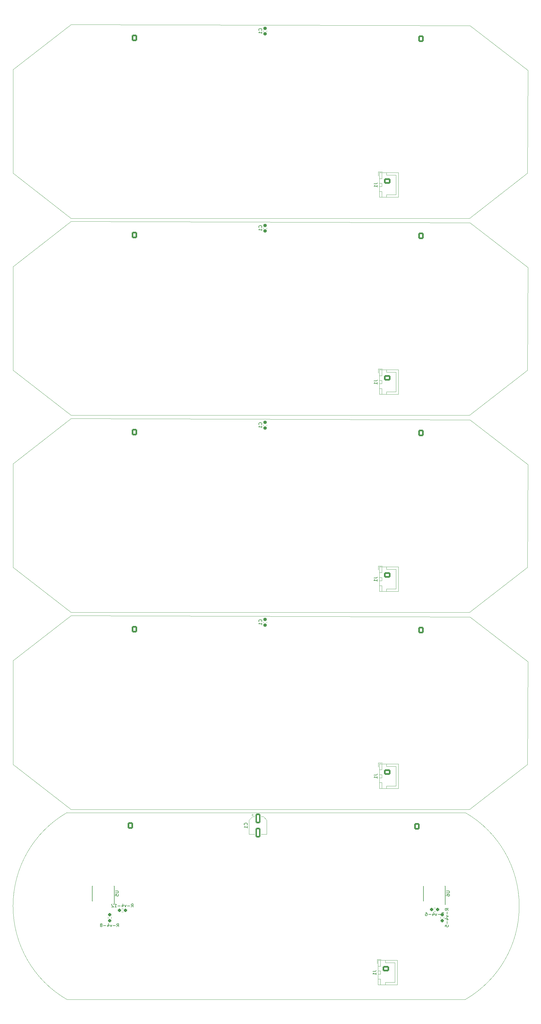
<source format=gbr>
%TF.GenerationSoftware,KiCad,Pcbnew,7.0.6-7.0.6~ubuntu20.04.1*%
%TF.CreationDate,2023-07-11T09:11:54+02:00*%
%TF.ProjectId,output_panel2023-07-11_071138.9032810000,6f757470-7574-45f7-9061-6e656c323032,rev?*%
%TF.SameCoordinates,Original*%
%TF.FileFunction,Legend,Bot*%
%TF.FilePolarity,Positive*%
%FSLAX45Y45*%
G04 Gerber Fmt 4.5, Leading zero omitted, Abs format (unit mm)*
G04 Created by KiCad (PCBNEW 7.0.6-7.0.6~ubuntu20.04.1) date 2023-07-11 09:11:54*
%MOMM*%
%LPD*%
G01*
G04 APERTURE LIST*
G04 Aperture macros list*
%AMRoundRect*
0 Rectangle with rounded corners*
0 $1 Rounding radius*
0 $2 $3 $4 $5 $6 $7 $8 $9 X,Y pos of 4 corners*
0 Add a 4 corners polygon primitive as box body*
4,1,4,$2,$3,$4,$5,$6,$7,$8,$9,$2,$3,0*
0 Add four circle primitives for the rounded corners*
1,1,$1+$1,$2,$3*
1,1,$1+$1,$4,$5*
1,1,$1+$1,$6,$7*
1,1,$1+$1,$8,$9*
0 Add four rect primitives between the rounded corners*
20,1,$1+$1,$2,$3,$4,$5,0*
20,1,$1+$1,$4,$5,$6,$7,0*
20,1,$1+$1,$6,$7,$8,$9,0*
20,1,$1+$1,$8,$9,$2,$3,0*%
G04 Aperture macros list end*
%TA.AperFunction,Profile*%
%ADD10C,0.100000*%
%TD*%
%TA.AperFunction,Profile*%
%ADD11C,0.050000*%
%TD*%
%ADD12C,0.150000*%
%ADD13C,0.120000*%
%ADD14C,5.600000*%
%ADD15RoundRect,0.250000X0.600000X0.725000X-0.600000X0.725000X-0.600000X-0.725000X0.600000X-0.725000X0*%
%ADD16O,1.700000X1.950000*%
%ADD17R,1.700000X1.700000*%
%ADD18O,1.700000X1.700000*%
%ADD19RoundRect,0.237500X-0.237500X0.300000X-0.237500X-0.300000X0.237500X-0.300000X0.237500X0.300000X0*%
%ADD20RoundRect,0.250000X-0.750000X0.600000X-0.750000X-0.600000X0.750000X-0.600000X0.750000X0.600000X0*%
%ADD21O,2.000000X1.700000*%
%ADD22RoundRect,0.237500X0.237500X-0.250000X0.237500X0.250000X-0.237500X0.250000X-0.237500X-0.250000X0*%
%ADD23R,0.400000X1.000000*%
%ADD24RoundRect,0.237500X-0.250000X-0.237500X0.250000X-0.237500X0.250000X0.237500X-0.250000X0.237500X0*%
%ADD25RoundRect,0.250000X-0.550000X1.250000X-0.550000X-1.250000X0.550000X-1.250000X0.550000X1.250000X0*%
%ADD26RoundRect,0.237500X0.250000X0.237500X-0.250000X0.237500X-0.250000X-0.237500X0.250000X-0.237500X0*%
G04 APERTURE END LIST*
D10*
X16050000Y-23029999D02*
X14250000Y-24429999D01*
X14250000Y-6070000D02*
X1850000Y-6070000D01*
X16070000Y-7599999D02*
X16050000Y-10789999D01*
X50000Y-13689999D02*
X1850000Y-12289999D01*
D11*
X14123822Y-30329999D02*
G75*
G03*
X14123822Y-24529999I-1674316J2900000D01*
G01*
D10*
X14250000Y-18309999D02*
X1850000Y-18309999D01*
X1850000Y-12289999D02*
X14270000Y-12329999D01*
X1723822Y-24529999D02*
X14123822Y-24529999D01*
X1723822Y-30329999D02*
X14123822Y-30329999D01*
X50000Y-23029999D02*
X50000Y-19809999D01*
X16050000Y-10789999D02*
X14250000Y-12189999D01*
X14250000Y-12189999D02*
X1850000Y-12189999D01*
X50000Y-16909999D02*
X50000Y-13689999D01*
X1850000Y-18409999D02*
X14270000Y-18449999D01*
X1850000Y-6169999D02*
X14270000Y-6209999D01*
X14250000Y-24429999D02*
X1850000Y-24429999D01*
X50000Y-1450000D02*
X1850000Y-50000D01*
X16050000Y-16909999D02*
X14250000Y-18309999D01*
X14270000Y-6209999D02*
X16070000Y-7599999D01*
X1850000Y-18309999D02*
X50000Y-16909999D01*
X16070000Y-13719999D02*
X16050000Y-16909999D01*
X50000Y-10789999D02*
X50000Y-7569999D01*
X1850000Y-6070000D02*
X50000Y-4670000D01*
X1850000Y-24429999D02*
X50000Y-23029999D01*
D11*
X1723822Y-24529999D02*
G75*
G03*
X1723822Y-30329999I1674316J-2900000D01*
G01*
D10*
X50000Y-7569999D02*
X1850000Y-6169999D01*
X14270000Y-90000D02*
X16070000Y-1480000D01*
X1850000Y-12189999D02*
X50000Y-10789999D01*
X14270000Y-12329999D02*
X16070000Y-13719999D01*
X14270000Y-18449999D02*
X16070000Y-19839999D01*
X50000Y-4670000D02*
X50000Y-1450000D01*
X16070000Y-19839999D02*
X16050000Y-23029999D01*
X16070000Y-1480000D02*
X16050000Y-4670000D01*
X50000Y-19809999D02*
X1850000Y-18409999D01*
X16050000Y-4670000D02*
X14250000Y-6070000D01*
X1850000Y-50000D02*
X14270000Y-90000D01*
D12*
X7782958Y-12479582D02*
X7787720Y-12474820D01*
X7787720Y-12474820D02*
X7792482Y-12460535D01*
X7792482Y-12460535D02*
X7792482Y-12451011D01*
X7792482Y-12451011D02*
X7787720Y-12436725D01*
X7787720Y-12436725D02*
X7778196Y-12427201D01*
X7778196Y-12427201D02*
X7768672Y-12422440D01*
X7768672Y-12422440D02*
X7749625Y-12417678D01*
X7749625Y-12417678D02*
X7735339Y-12417678D01*
X7735339Y-12417678D02*
X7716291Y-12422440D01*
X7716291Y-12422440D02*
X7706768Y-12427201D01*
X7706768Y-12427201D02*
X7697244Y-12436725D01*
X7697244Y-12436725D02*
X7692482Y-12451011D01*
X7692482Y-12451011D02*
X7692482Y-12460535D01*
X7692482Y-12460535D02*
X7697244Y-12474820D01*
X7697244Y-12474820D02*
X7702006Y-12479582D01*
X7792482Y-12574820D02*
X7792482Y-12517678D01*
X7792482Y-12546249D02*
X7692482Y-12546249D01*
X7692482Y-12546249D02*
X7706768Y-12536725D01*
X7706768Y-12536725D02*
X7716291Y-12527201D01*
X7716291Y-12527201D02*
X7721053Y-12517678D01*
X11280482Y-23361665D02*
X11351910Y-23361665D01*
X11351910Y-23361665D02*
X11366196Y-23356903D01*
X11366196Y-23356903D02*
X11375720Y-23347380D01*
X11375720Y-23347380D02*
X11380482Y-23333094D01*
X11380482Y-23333094D02*
X11380482Y-23323570D01*
X11380482Y-23461665D02*
X11380482Y-23404523D01*
X11380482Y-23433094D02*
X11280482Y-23433094D01*
X11280482Y-23433094D02*
X11294768Y-23423570D01*
X11294768Y-23423570D02*
X11304291Y-23414046D01*
X11304291Y-23414046D02*
X11309053Y-23404523D01*
X3280013Y-28073481D02*
X3313346Y-28025862D01*
X3337155Y-28073481D02*
X3337155Y-27973481D01*
X3337155Y-27973481D02*
X3299060Y-27973481D01*
X3299060Y-27973481D02*
X3289536Y-27978243D01*
X3289536Y-27978243D02*
X3284774Y-27983004D01*
X3284774Y-27983004D02*
X3280013Y-27992528D01*
X3280013Y-27992528D02*
X3280013Y-28006814D01*
X3280013Y-28006814D02*
X3284774Y-28016338D01*
X3284774Y-28016338D02*
X3289536Y-28021100D01*
X3289536Y-28021100D02*
X3299060Y-28025862D01*
X3299060Y-28025862D02*
X3337155Y-28025862D01*
X3237155Y-28035385D02*
X3160965Y-28035385D01*
X3122870Y-28006814D02*
X3099060Y-28073481D01*
X3099060Y-28073481D02*
X3075251Y-28006814D01*
X2994298Y-28006814D02*
X2994298Y-28073481D01*
X3018108Y-27968719D02*
X3041917Y-28040147D01*
X3041917Y-28040147D02*
X2980013Y-28040147D01*
X2941917Y-28035385D02*
X2865727Y-28035385D01*
X2803822Y-28016338D02*
X2813346Y-28011576D01*
X2813346Y-28011576D02*
X2818108Y-28006814D01*
X2818108Y-28006814D02*
X2822870Y-27997290D01*
X2822870Y-27997290D02*
X2822870Y-27992528D01*
X2822870Y-27992528D02*
X2818108Y-27983004D01*
X2818108Y-27983004D02*
X2813346Y-27978243D01*
X2813346Y-27978243D02*
X2803822Y-27973481D01*
X2803822Y-27973481D02*
X2784775Y-27973481D01*
X2784775Y-27973481D02*
X2775251Y-27978243D01*
X2775251Y-27978243D02*
X2770489Y-27983004D01*
X2770489Y-27983004D02*
X2765727Y-27992528D01*
X2765727Y-27992528D02*
X2765727Y-27997290D01*
X2765727Y-27997290D02*
X2770489Y-28006814D01*
X2770489Y-28006814D02*
X2775251Y-28011576D01*
X2775251Y-28011576D02*
X2784775Y-28016338D01*
X2784775Y-28016338D02*
X2803822Y-28016338D01*
X2803822Y-28016338D02*
X2813346Y-28021100D01*
X2813346Y-28021100D02*
X2818108Y-28025862D01*
X2818108Y-28025862D02*
X2822870Y-28035385D01*
X2822870Y-28035385D02*
X2822870Y-28054433D01*
X2822870Y-28054433D02*
X2818108Y-28063957D01*
X2818108Y-28063957D02*
X2813346Y-28068719D01*
X2813346Y-28068719D02*
X2803822Y-28073481D01*
X2803822Y-28073481D02*
X2784775Y-28073481D01*
X2784775Y-28073481D02*
X2775251Y-28068719D01*
X2775251Y-28068719D02*
X2770489Y-28063957D01*
X2770489Y-28063957D02*
X2765727Y-28054433D01*
X2765727Y-28054433D02*
X2765727Y-28035385D01*
X2765727Y-28035385D02*
X2770489Y-28025862D01*
X2770489Y-28025862D02*
X2775251Y-28021100D01*
X2775251Y-28021100D02*
X2784775Y-28016338D01*
X7782958Y-18599582D02*
X7787720Y-18594820D01*
X7787720Y-18594820D02*
X7792482Y-18580535D01*
X7792482Y-18580535D02*
X7792482Y-18571011D01*
X7792482Y-18571011D02*
X7787720Y-18556725D01*
X7787720Y-18556725D02*
X7778196Y-18547201D01*
X7778196Y-18547201D02*
X7768672Y-18542439D01*
X7768672Y-18542439D02*
X7749625Y-18537677D01*
X7749625Y-18537677D02*
X7735339Y-18537677D01*
X7735339Y-18537677D02*
X7716291Y-18542439D01*
X7716291Y-18542439D02*
X7706768Y-18547201D01*
X7706768Y-18547201D02*
X7697244Y-18556725D01*
X7697244Y-18556725D02*
X7692482Y-18571011D01*
X7692482Y-18571011D02*
X7692482Y-18580535D01*
X7692482Y-18580535D02*
X7697244Y-18594820D01*
X7697244Y-18594820D02*
X7702006Y-18599582D01*
X7792482Y-18694820D02*
X7792482Y-18637677D01*
X7792482Y-18666249D02*
X7692482Y-18666249D01*
X7692482Y-18666249D02*
X7706768Y-18656725D01*
X7706768Y-18656725D02*
X7716291Y-18647201D01*
X7716291Y-18647201D02*
X7721053Y-18637677D01*
X11241804Y-29461665D02*
X11313233Y-29461665D01*
X11313233Y-29461665D02*
X11327518Y-29456903D01*
X11327518Y-29456903D02*
X11337042Y-29447380D01*
X11337042Y-29447380D02*
X11341804Y-29433094D01*
X11341804Y-29433094D02*
X11341804Y-29423570D01*
X11341804Y-29561665D02*
X11341804Y-29504523D01*
X11341804Y-29533094D02*
X11241804Y-29533094D01*
X11241804Y-29533094D02*
X11256090Y-29523570D01*
X11256090Y-29523570D02*
X11265614Y-29514046D01*
X11265614Y-29514046D02*
X11270375Y-29504523D01*
X11280482Y-17241666D02*
X11351910Y-17241666D01*
X11351910Y-17241666D02*
X11366196Y-17236904D01*
X11366196Y-17236904D02*
X11375720Y-17227380D01*
X11375720Y-17227380D02*
X11380482Y-17213094D01*
X11380482Y-17213094D02*
X11380482Y-17203571D01*
X11380482Y-17341666D02*
X11380482Y-17284523D01*
X11380482Y-17313094D02*
X11280482Y-17313094D01*
X11280482Y-17313094D02*
X11294768Y-17303571D01*
X11294768Y-17303571D02*
X11304291Y-17294047D01*
X11304291Y-17294047D02*
X11309053Y-17284523D01*
X7782958Y-6359583D02*
X7787720Y-6354821D01*
X7787720Y-6354821D02*
X7792482Y-6340535D01*
X7792482Y-6340535D02*
X7792482Y-6331011D01*
X7792482Y-6331011D02*
X7787720Y-6316726D01*
X7787720Y-6316726D02*
X7778196Y-6307202D01*
X7778196Y-6307202D02*
X7768672Y-6302440D01*
X7768672Y-6302440D02*
X7749625Y-6297678D01*
X7749625Y-6297678D02*
X7735339Y-6297678D01*
X7735339Y-6297678D02*
X7716291Y-6302440D01*
X7716291Y-6302440D02*
X7706768Y-6307202D01*
X7706768Y-6307202D02*
X7697244Y-6316726D01*
X7697244Y-6316726D02*
X7692482Y-6331011D01*
X7692482Y-6331011D02*
X7692482Y-6340535D01*
X7692482Y-6340535D02*
X7697244Y-6354821D01*
X7697244Y-6354821D02*
X7702006Y-6359583D01*
X7792482Y-6454821D02*
X7792482Y-6397678D01*
X7792482Y-6426249D02*
X7692482Y-6426249D01*
X7692482Y-6426249D02*
X7706768Y-6416726D01*
X7706768Y-6416726D02*
X7716291Y-6407202D01*
X7716291Y-6407202D02*
X7721053Y-6397678D01*
X3230304Y-26963808D02*
X3311256Y-26963808D01*
X3311256Y-26963808D02*
X3320780Y-26968570D01*
X3320780Y-26968570D02*
X3325542Y-26973332D01*
X3325542Y-26973332D02*
X3330304Y-26982856D01*
X3330304Y-26982856D02*
X3330304Y-27001903D01*
X3330304Y-27001903D02*
X3325542Y-27011427D01*
X3325542Y-27011427D02*
X3320780Y-27016189D01*
X3320780Y-27016189D02*
X3311256Y-27020951D01*
X3311256Y-27020951D02*
X3230304Y-27020951D01*
X3230304Y-27116189D02*
X3230304Y-27068570D01*
X3230304Y-27068570D02*
X3277923Y-27063808D01*
X3277923Y-27063808D02*
X3273161Y-27068570D01*
X3273161Y-27068570D02*
X3268399Y-27078094D01*
X3268399Y-27078094D02*
X3268399Y-27101903D01*
X3268399Y-27101903D02*
X3273161Y-27111427D01*
X3273161Y-27111427D02*
X3277923Y-27116189D01*
X3277923Y-27116189D02*
X3287447Y-27120951D01*
X3287447Y-27120951D02*
X3311256Y-27120951D01*
X3311256Y-27120951D02*
X3320780Y-27116189D01*
X3320780Y-27116189D02*
X3325542Y-27111427D01*
X3325542Y-27111427D02*
X3330304Y-27101903D01*
X3330304Y-27101903D02*
X3330304Y-27078094D01*
X3330304Y-27078094D02*
X3325542Y-27068570D01*
X3325542Y-27068570D02*
X3320780Y-27063808D01*
X13593304Y-27563808D02*
X13545685Y-27530475D01*
X13593304Y-27506665D02*
X13493304Y-27506665D01*
X13493304Y-27506665D02*
X13493304Y-27544761D01*
X13493304Y-27544761D02*
X13498066Y-27554284D01*
X13498066Y-27554284D02*
X13502828Y-27559046D01*
X13502828Y-27559046D02*
X13512352Y-27563808D01*
X13512352Y-27563808D02*
X13526637Y-27563808D01*
X13526637Y-27563808D02*
X13536161Y-27559046D01*
X13536161Y-27559046D02*
X13540923Y-27554284D01*
X13540923Y-27554284D02*
X13545685Y-27544761D01*
X13545685Y-27544761D02*
X13545685Y-27506665D01*
X13555209Y-27606665D02*
X13555209Y-27682856D01*
X13526637Y-27720951D02*
X13593304Y-27744761D01*
X13593304Y-27744761D02*
X13526637Y-27768570D01*
X13526637Y-27849523D02*
X13593304Y-27849523D01*
X13488542Y-27825713D02*
X13559971Y-27801904D01*
X13559971Y-27801904D02*
X13559971Y-27863808D01*
X13555209Y-27901904D02*
X13555209Y-27978094D01*
X13493304Y-28073332D02*
X13493304Y-28025713D01*
X13493304Y-28025713D02*
X13540923Y-28020951D01*
X13540923Y-28020951D02*
X13536161Y-28025713D01*
X13536161Y-28025713D02*
X13531399Y-28035237D01*
X13531399Y-28035237D02*
X13531399Y-28059046D01*
X13531399Y-28059046D02*
X13536161Y-28068570D01*
X13536161Y-28068570D02*
X13540923Y-28073332D01*
X13540923Y-28073332D02*
X13550447Y-28078094D01*
X13550447Y-28078094D02*
X13574256Y-28078094D01*
X13574256Y-28078094D02*
X13583780Y-28073332D01*
X13583780Y-28073332D02*
X13588542Y-28068570D01*
X13588542Y-28068570D02*
X13593304Y-28059046D01*
X13593304Y-28059046D02*
X13593304Y-28035237D01*
X13593304Y-28035237D02*
X13588542Y-28025713D01*
X13588542Y-28025713D02*
X13583780Y-28020951D01*
X11280482Y-5001666D02*
X11351910Y-5001666D01*
X11351910Y-5001666D02*
X11366196Y-4996904D01*
X11366196Y-4996904D02*
X11375720Y-4987381D01*
X11375720Y-4987381D02*
X11380482Y-4973095D01*
X11380482Y-4973095D02*
X11380482Y-4963571D01*
X11380482Y-5101666D02*
X11380482Y-5044524D01*
X11380482Y-5073095D02*
X11280482Y-5073095D01*
X11280482Y-5073095D02*
X11294768Y-5063571D01*
X11294768Y-5063571D02*
X11304291Y-5054047D01*
X11304291Y-5054047D02*
X11309053Y-5044524D01*
X13391013Y-27728481D02*
X13424346Y-27680862D01*
X13448155Y-27728481D02*
X13448155Y-27628481D01*
X13448155Y-27628481D02*
X13410060Y-27628481D01*
X13410060Y-27628481D02*
X13400536Y-27633243D01*
X13400536Y-27633243D02*
X13395774Y-27638004D01*
X13395774Y-27638004D02*
X13391013Y-27647528D01*
X13391013Y-27647528D02*
X13391013Y-27661814D01*
X13391013Y-27661814D02*
X13395774Y-27671338D01*
X13395774Y-27671338D02*
X13400536Y-27676100D01*
X13400536Y-27676100D02*
X13410060Y-27680862D01*
X13410060Y-27680862D02*
X13448155Y-27680862D01*
X13348155Y-27690385D02*
X13271965Y-27690385D01*
X13233870Y-27661814D02*
X13210060Y-27728481D01*
X13210060Y-27728481D02*
X13186251Y-27661814D01*
X13105298Y-27661814D02*
X13105298Y-27728481D01*
X13129108Y-27623719D02*
X13152917Y-27695147D01*
X13152917Y-27695147D02*
X13091013Y-27695147D01*
X13052917Y-27690385D02*
X12976727Y-27690385D01*
X12886251Y-27628481D02*
X12905298Y-27628481D01*
X12905298Y-27628481D02*
X12914822Y-27633243D01*
X12914822Y-27633243D02*
X12919584Y-27638004D01*
X12919584Y-27638004D02*
X12929108Y-27652290D01*
X12929108Y-27652290D02*
X12933870Y-27671338D01*
X12933870Y-27671338D02*
X12933870Y-27709433D01*
X12933870Y-27709433D02*
X12929108Y-27718957D01*
X12929108Y-27718957D02*
X12924346Y-27723719D01*
X12924346Y-27723719D02*
X12914822Y-27728481D01*
X12914822Y-27728481D02*
X12895774Y-27728481D01*
X12895774Y-27728481D02*
X12886251Y-27723719D01*
X12886251Y-27723719D02*
X12881489Y-27718957D01*
X12881489Y-27718957D02*
X12876727Y-27709433D01*
X12876727Y-27709433D02*
X12876727Y-27685623D01*
X12876727Y-27685623D02*
X12881489Y-27676100D01*
X12881489Y-27676100D02*
X12886251Y-27671338D01*
X12886251Y-27671338D02*
X12895774Y-27666576D01*
X12895774Y-27666576D02*
X12914822Y-27666576D01*
X12914822Y-27666576D02*
X12924346Y-27671338D01*
X12924346Y-27671338D02*
X12929108Y-27676100D01*
X12929108Y-27676100D02*
X12933870Y-27685623D01*
X11280482Y-11121666D02*
X11351910Y-11121666D01*
X11351910Y-11121666D02*
X11366196Y-11116904D01*
X11366196Y-11116904D02*
X11375720Y-11107380D01*
X11375720Y-11107380D02*
X11380482Y-11093095D01*
X11380482Y-11093095D02*
X11380482Y-11083571D01*
X11380482Y-11221666D02*
X11380482Y-11164523D01*
X11380482Y-11193095D02*
X11280482Y-11193095D01*
X11280482Y-11193095D02*
X11294768Y-11183571D01*
X11294768Y-11183571D02*
X11304291Y-11174047D01*
X11304291Y-11174047D02*
X11309053Y-11164523D01*
X7782958Y-239583D02*
X7787720Y-234821D01*
X7787720Y-234821D02*
X7792482Y-220535D01*
X7792482Y-220535D02*
X7792482Y-211012D01*
X7792482Y-211012D02*
X7787720Y-196726D01*
X7787720Y-196726D02*
X7778196Y-187202D01*
X7778196Y-187202D02*
X7768672Y-182440D01*
X7768672Y-182440D02*
X7749625Y-177678D01*
X7749625Y-177678D02*
X7735339Y-177678D01*
X7735339Y-177678D02*
X7716291Y-182440D01*
X7716291Y-182440D02*
X7706768Y-187202D01*
X7706768Y-187202D02*
X7697244Y-196726D01*
X7697244Y-196726D02*
X7692482Y-211012D01*
X7692482Y-211012D02*
X7692482Y-220535D01*
X7692482Y-220535D02*
X7697244Y-234821D01*
X7697244Y-234821D02*
X7702006Y-239583D01*
X7792482Y-334821D02*
X7792482Y-277678D01*
X7792482Y-306250D02*
X7692482Y-306250D01*
X7692482Y-306250D02*
X7706768Y-296726D01*
X7706768Y-296726D02*
X7716291Y-287202D01*
X7716291Y-287202D02*
X7721053Y-277678D01*
X7332780Y-24910332D02*
X7337542Y-24905570D01*
X7337542Y-24905570D02*
X7342304Y-24891284D01*
X7342304Y-24891284D02*
X7342304Y-24881761D01*
X7342304Y-24881761D02*
X7337542Y-24867475D01*
X7337542Y-24867475D02*
X7328018Y-24857951D01*
X7328018Y-24857951D02*
X7318494Y-24853189D01*
X7318494Y-24853189D02*
X7299447Y-24848427D01*
X7299447Y-24848427D02*
X7285161Y-24848427D01*
X7285161Y-24848427D02*
X7266114Y-24853189D01*
X7266114Y-24853189D02*
X7256590Y-24857951D01*
X7256590Y-24857951D02*
X7247066Y-24867475D01*
X7247066Y-24867475D02*
X7242304Y-24881761D01*
X7242304Y-24881761D02*
X7242304Y-24891284D01*
X7242304Y-24891284D02*
X7247066Y-24905570D01*
X7247066Y-24905570D02*
X7251828Y-24910332D01*
X7342304Y-25005570D02*
X7342304Y-24948427D01*
X7342304Y-24976999D02*
X7242304Y-24976999D01*
X7242304Y-24976999D02*
X7256590Y-24967475D01*
X7256590Y-24967475D02*
X7266114Y-24957951D01*
X7266114Y-24957951D02*
X7270875Y-24948427D01*
X13530304Y-26963808D02*
X13611256Y-26963808D01*
X13611256Y-26963808D02*
X13620780Y-26968570D01*
X13620780Y-26968570D02*
X13625542Y-26973332D01*
X13625542Y-26973332D02*
X13630304Y-26982856D01*
X13630304Y-26982856D02*
X13630304Y-27001903D01*
X13630304Y-27001903D02*
X13625542Y-27011427D01*
X13625542Y-27011427D02*
X13620780Y-27016189D01*
X13620780Y-27016189D02*
X13611256Y-27020951D01*
X13611256Y-27020951D02*
X13530304Y-27020951D01*
X13530304Y-27111427D02*
X13530304Y-27092380D01*
X13530304Y-27092380D02*
X13535066Y-27082856D01*
X13535066Y-27082856D02*
X13539828Y-27078094D01*
X13539828Y-27078094D02*
X13554114Y-27068570D01*
X13554114Y-27068570D02*
X13573161Y-27063808D01*
X13573161Y-27063808D02*
X13611256Y-27063808D01*
X13611256Y-27063808D02*
X13620780Y-27068570D01*
X13620780Y-27068570D02*
X13625542Y-27073332D01*
X13625542Y-27073332D02*
X13630304Y-27082856D01*
X13630304Y-27082856D02*
X13630304Y-27101903D01*
X13630304Y-27101903D02*
X13625542Y-27111427D01*
X13625542Y-27111427D02*
X13620780Y-27116189D01*
X13620780Y-27116189D02*
X13611256Y-27120951D01*
X13611256Y-27120951D02*
X13587447Y-27120951D01*
X13587447Y-27120951D02*
X13577923Y-27116189D01*
X13577923Y-27116189D02*
X13573161Y-27111427D01*
X13573161Y-27111427D02*
X13568399Y-27101903D01*
X13568399Y-27101903D02*
X13568399Y-27082856D01*
X13568399Y-27082856D02*
X13573161Y-27073332D01*
X13573161Y-27073332D02*
X13577923Y-27068570D01*
X13577923Y-27068570D02*
X13587447Y-27063808D01*
X3728632Y-27462481D02*
X3761965Y-27414862D01*
X3785774Y-27462481D02*
X3785774Y-27362481D01*
X3785774Y-27362481D02*
X3747679Y-27362481D01*
X3747679Y-27362481D02*
X3738155Y-27367243D01*
X3738155Y-27367243D02*
X3733394Y-27372004D01*
X3733394Y-27372004D02*
X3728632Y-27381528D01*
X3728632Y-27381528D02*
X3728632Y-27395814D01*
X3728632Y-27395814D02*
X3733394Y-27405338D01*
X3733394Y-27405338D02*
X3738155Y-27410100D01*
X3738155Y-27410100D02*
X3747679Y-27414862D01*
X3747679Y-27414862D02*
X3785774Y-27414862D01*
X3685774Y-27424385D02*
X3609584Y-27424385D01*
X3571489Y-27395814D02*
X3547679Y-27462481D01*
X3547679Y-27462481D02*
X3523870Y-27395814D01*
X3442917Y-27395814D02*
X3442917Y-27462481D01*
X3466727Y-27357719D02*
X3490536Y-27429147D01*
X3490536Y-27429147D02*
X3428632Y-27429147D01*
X3390536Y-27424385D02*
X3314346Y-27424385D01*
X3214346Y-27462481D02*
X3271489Y-27462481D01*
X3242917Y-27462481D02*
X3242917Y-27362481D01*
X3242917Y-27362481D02*
X3252441Y-27376766D01*
X3252441Y-27376766D02*
X3261965Y-27386290D01*
X3261965Y-27386290D02*
X3271489Y-27391052D01*
X3176251Y-27372004D02*
X3171489Y-27367243D01*
X3171489Y-27367243D02*
X3161965Y-27362481D01*
X3161965Y-27362481D02*
X3138155Y-27362481D01*
X3138155Y-27362481D02*
X3128632Y-27367243D01*
X3128632Y-27367243D02*
X3123870Y-27372004D01*
X3123870Y-27372004D02*
X3119108Y-27381528D01*
X3119108Y-27381528D02*
X3119108Y-27391052D01*
X3119108Y-27391052D02*
X3123870Y-27405338D01*
X3123870Y-27405338D02*
X3181013Y-27462481D01*
X3181013Y-27462481D02*
X3119108Y-27462481D01*
D13*
X7941000Y-12481622D02*
X7941000Y-12510876D01*
X7839000Y-12481622D02*
X7839000Y-12510876D01*
X11415000Y-22984999D02*
X11540000Y-22984999D01*
X12041000Y-23013999D02*
X12041000Y-23775999D01*
X11444000Y-23013999D02*
X12041000Y-23013999D01*
X11670000Y-23014999D02*
X11670000Y-23089999D01*
X11520000Y-23014999D02*
X11520000Y-23194999D01*
X11445000Y-23014999D02*
X11520000Y-23014999D01*
X11965000Y-23089999D02*
X11965000Y-23394999D01*
X11670000Y-23089999D02*
X11965000Y-23089999D01*
X11415000Y-23109999D02*
X11415000Y-22984999D01*
X11520000Y-23194999D02*
X11445000Y-23194999D01*
X11445000Y-23194999D02*
X11445000Y-23014999D01*
X11520000Y-23344999D02*
X11520000Y-23444999D01*
X11445000Y-23344999D02*
X11520000Y-23344999D01*
X11520000Y-23444999D02*
X11445000Y-23444999D01*
X11445000Y-23444999D02*
X11445000Y-23344999D01*
X11520000Y-23594999D02*
X11520000Y-23774999D01*
X11445000Y-23594999D02*
X11520000Y-23594999D01*
X11965000Y-23699999D02*
X11965000Y-23394999D01*
X11670000Y-23699999D02*
X11965000Y-23699999D01*
X11670000Y-23774999D02*
X11670000Y-23699999D01*
X11520000Y-23774999D02*
X11445000Y-23774999D01*
X11445000Y-23774999D02*
X11445000Y-23594999D01*
X12041000Y-23775999D02*
X11444000Y-23775999D01*
X11444000Y-23775999D02*
X11444000Y-23013999D01*
X3002572Y-27815471D02*
X3002572Y-27764526D01*
X3107072Y-27815471D02*
X3107072Y-27764526D01*
X7941000Y-18601622D02*
X7941000Y-18630876D01*
X7839000Y-18601622D02*
X7839000Y-18630876D01*
X11376322Y-29084999D02*
X11501322Y-29084999D01*
X12002322Y-29113999D02*
X12002322Y-29875999D01*
X11405322Y-29113999D02*
X12002322Y-29113999D01*
X11631322Y-29114999D02*
X11631322Y-29189999D01*
X11481322Y-29114999D02*
X11481322Y-29294999D01*
X11406322Y-29114999D02*
X11481322Y-29114999D01*
X11926322Y-29189999D02*
X11926322Y-29494999D01*
X11631322Y-29189999D02*
X11926322Y-29189999D01*
X11376322Y-29209999D02*
X11376322Y-29084999D01*
X11481322Y-29294999D02*
X11406322Y-29294999D01*
X11406322Y-29294999D02*
X11406322Y-29114999D01*
X11481322Y-29444999D02*
X11481322Y-29544999D01*
X11406322Y-29444999D02*
X11481322Y-29444999D01*
X11481322Y-29544999D02*
X11406322Y-29544999D01*
X11406322Y-29544999D02*
X11406322Y-29444999D01*
X11481322Y-29694999D02*
X11481322Y-29874999D01*
X11406322Y-29694999D02*
X11481322Y-29694999D01*
X11926322Y-29799999D02*
X11926322Y-29494999D01*
X11631322Y-29799999D02*
X11926322Y-29799999D01*
X11631322Y-29874999D02*
X11631322Y-29799999D01*
X11481322Y-29874999D02*
X11406322Y-29874999D01*
X11406322Y-29874999D02*
X11406322Y-29694999D01*
X12002322Y-29875999D02*
X11405322Y-29875999D01*
X11405322Y-29875999D02*
X11405322Y-29113999D01*
X11415000Y-16864999D02*
X11540000Y-16864999D01*
X12041000Y-16893999D02*
X12041000Y-17655999D01*
X11444000Y-16893999D02*
X12041000Y-16893999D01*
X11670000Y-16894999D02*
X11670000Y-16969999D01*
X11520000Y-16894999D02*
X11520000Y-17074999D01*
X11445000Y-16894999D02*
X11520000Y-16894999D01*
X11965000Y-16969999D02*
X11965000Y-17274999D01*
X11670000Y-16969999D02*
X11965000Y-16969999D01*
X11415000Y-16989999D02*
X11415000Y-16864999D01*
X11520000Y-17074999D02*
X11445000Y-17074999D01*
X11445000Y-17074999D02*
X11445000Y-16894999D01*
X11520000Y-17224999D02*
X11520000Y-17324999D01*
X11445000Y-17224999D02*
X11520000Y-17224999D01*
X11520000Y-17324999D02*
X11445000Y-17324999D01*
X11445000Y-17324999D02*
X11445000Y-17224999D01*
X11520000Y-17474999D02*
X11520000Y-17654999D01*
X11445000Y-17474999D02*
X11520000Y-17474999D01*
X11965000Y-17579999D02*
X11965000Y-17274999D01*
X11670000Y-17579999D02*
X11965000Y-17579999D01*
X11670000Y-17654999D02*
X11670000Y-17579999D01*
X11520000Y-17654999D02*
X11445000Y-17654999D01*
X11445000Y-17654999D02*
X11445000Y-17474999D01*
X12041000Y-17655999D02*
X11444000Y-17655999D01*
X11444000Y-17655999D02*
X11444000Y-16893999D01*
X7941000Y-6361623D02*
X7941000Y-6390876D01*
X7839000Y-6361623D02*
X7839000Y-6390876D01*
D12*
X3199822Y-27379999D02*
X3199822Y-26807499D01*
X2517322Y-27272499D02*
X2519822Y-27272499D01*
X2517322Y-27272499D02*
X2517322Y-26807499D01*
X2517322Y-26807499D02*
X2519822Y-26807499D01*
X3199822Y-26807499D02*
X3189822Y-26807499D01*
D13*
X13352572Y-27815471D02*
X13352572Y-27764526D01*
X13457072Y-27815471D02*
X13457072Y-27764526D01*
X11415000Y-4625000D02*
X11540000Y-4625000D01*
X12041000Y-4654000D02*
X12041000Y-5416000D01*
X11444000Y-4654000D02*
X12041000Y-4654000D01*
X11670000Y-4655000D02*
X11670000Y-4730000D01*
X11520000Y-4655000D02*
X11520000Y-4835000D01*
X11445000Y-4655000D02*
X11520000Y-4655000D01*
X11965000Y-4730000D02*
X11965000Y-5035000D01*
X11670000Y-4730000D02*
X11965000Y-4730000D01*
X11415000Y-4750000D02*
X11415000Y-4625000D01*
X11520000Y-4835000D02*
X11445000Y-4835000D01*
X11445000Y-4835000D02*
X11445000Y-4655000D01*
X11520000Y-4985000D02*
X11520000Y-5085000D01*
X11445000Y-4985000D02*
X11520000Y-4985000D01*
X11520000Y-5085000D02*
X11445000Y-5085000D01*
X11445000Y-5085000D02*
X11445000Y-4985000D01*
X11520000Y-5235000D02*
X11520000Y-5415000D01*
X11445000Y-5235000D02*
X11520000Y-5235000D01*
X11965000Y-5340000D02*
X11965000Y-5035000D01*
X11670000Y-5340000D02*
X11965000Y-5340000D01*
X11670000Y-5415000D02*
X11670000Y-5340000D01*
X11520000Y-5415000D02*
X11445000Y-5415000D01*
X11445000Y-5415000D02*
X11445000Y-5235000D01*
X12041000Y-5416000D02*
X11444000Y-5416000D01*
X11444000Y-5416000D02*
X11444000Y-4654000D01*
X13139350Y-27487749D02*
X13190295Y-27487749D01*
X13139350Y-27592249D02*
X13190295Y-27592249D01*
X11415000Y-10744999D02*
X11540000Y-10744999D01*
X12041000Y-10773999D02*
X12041000Y-11535999D01*
X11444000Y-10773999D02*
X12041000Y-10773999D01*
X11670000Y-10774999D02*
X11670000Y-10849999D01*
X11520000Y-10774999D02*
X11520000Y-10954999D01*
X11445000Y-10774999D02*
X11520000Y-10774999D01*
X11965000Y-10849999D02*
X11965000Y-11154999D01*
X11670000Y-10849999D02*
X11965000Y-10849999D01*
X11415000Y-10869999D02*
X11415000Y-10744999D01*
X11520000Y-10954999D02*
X11445000Y-10954999D01*
X11445000Y-10954999D02*
X11445000Y-10774999D01*
X11520000Y-11104999D02*
X11520000Y-11204999D01*
X11445000Y-11104999D02*
X11520000Y-11104999D01*
X11520000Y-11204999D02*
X11445000Y-11204999D01*
X11445000Y-11204999D02*
X11445000Y-11104999D01*
X11520000Y-11354999D02*
X11520000Y-11534999D01*
X11445000Y-11354999D02*
X11520000Y-11354999D01*
X11965000Y-11459999D02*
X11965000Y-11154999D01*
X11670000Y-11459999D02*
X11965000Y-11459999D01*
X11670000Y-11534999D02*
X11670000Y-11459999D01*
X11520000Y-11534999D02*
X11445000Y-11534999D01*
X11445000Y-11534999D02*
X11445000Y-11354999D01*
X12041000Y-11535999D02*
X11444000Y-11535999D01*
X11444000Y-11535999D02*
X11444000Y-10773999D01*
X7941000Y-241623D02*
X7941000Y-270876D01*
X7839000Y-241623D02*
X7839000Y-270876D01*
X7498322Y-24564499D02*
X7498322Y-24626999D01*
X7467072Y-24595749D02*
X7529572Y-24595749D01*
X7836378Y-24650999D02*
X7772822Y-24650999D01*
X7836378Y-24650999D02*
X7942822Y-24757442D01*
X7497266Y-24650999D02*
X7560822Y-24650999D01*
X7497266Y-24650999D02*
X7390822Y-24757442D01*
X7942822Y-24757442D02*
X7942822Y-25202999D01*
X7390822Y-24757442D02*
X7390822Y-25202999D01*
X7942822Y-25202999D02*
X7772822Y-25202999D01*
X7390822Y-25202999D02*
X7560822Y-25202999D01*
D12*
X13499822Y-27379999D02*
X13499822Y-26807499D01*
X12817322Y-27272499D02*
X12819822Y-27272499D01*
X12817322Y-27272499D02*
X12817322Y-26807499D01*
X12817322Y-26807499D02*
X12819822Y-26807499D01*
X13499822Y-26807499D02*
X13489822Y-26807499D01*
D13*
X3480295Y-27612249D02*
X3429350Y-27612249D01*
X3480295Y-27507749D02*
X3429350Y-27507749D01*
%LPC*%
D14*
X1850000Y-770000D03*
D15*
X3825000Y-472500D03*
D16*
X3575000Y-472500D03*
X3325000Y-472500D03*
D17*
X8270000Y-276000D03*
D18*
X8524000Y-276000D03*
X8270000Y-530000D03*
X8524000Y-530000D03*
X8270000Y-784000D03*
X8524000Y-784000D03*
X8270000Y-1038000D03*
X8524000Y-1038000D03*
D15*
X3698822Y-24932499D03*
D16*
X3448822Y-24932499D03*
X3198822Y-24932499D03*
D14*
X14350000Y-17209999D03*
X1850000Y-13009999D03*
X1723822Y-25229999D03*
X723822Y-27229999D03*
X14223822Y-25229999D03*
D15*
X12740400Y-18856199D03*
D16*
X12490400Y-18856199D03*
X12240400Y-18856199D03*
D14*
X1850000Y-17209999D03*
D17*
X8270000Y-12515999D03*
D18*
X8524000Y-12515999D03*
X8270000Y-12769999D03*
X8524000Y-12769999D03*
X8270000Y-13023999D03*
X8524000Y-13023999D03*
X8270000Y-13277999D03*
X8524000Y-13277999D03*
D17*
X8270000Y-6395999D03*
D18*
X8524000Y-6395999D03*
X8270000Y-6649999D03*
X8524000Y-6649999D03*
X8270000Y-6903999D03*
X8524000Y-6903999D03*
X8270000Y-7157999D03*
X8524000Y-7157999D03*
D14*
X14350000Y-6889999D03*
D15*
X12740400Y-12736199D03*
D16*
X12490400Y-12736199D03*
X12240400Y-12736199D03*
D15*
X12740400Y-6616199D03*
D16*
X12490400Y-6616199D03*
X12240400Y-6616199D03*
D14*
X1723822Y-29429999D03*
D15*
X12740400Y-496200D03*
D16*
X12490400Y-496200D03*
X12240400Y-496200D03*
D14*
X850000Y-2770000D03*
X14350000Y-770000D03*
X15350000Y-2770000D03*
X1850000Y-23329999D03*
X1850000Y-6889999D03*
X15350000Y-15009999D03*
D15*
X3825000Y-12712499D03*
D16*
X3575000Y-12712499D03*
X3325000Y-12712499D03*
D15*
X3825000Y-6592499D03*
D16*
X3575000Y-6592499D03*
X3325000Y-6592499D03*
D14*
X14350000Y-13009999D03*
D17*
X8270000Y-18635999D03*
D18*
X8524000Y-18635999D03*
X8270000Y-18889999D03*
X8524000Y-18889999D03*
X8270000Y-19143999D03*
X8524000Y-19143999D03*
X8270000Y-19397999D03*
X8524000Y-19397999D03*
D15*
X12614222Y-24956199D03*
D16*
X12364222Y-24956199D03*
X12114222Y-24956199D03*
D14*
X15350000Y-8889999D03*
X14350000Y-23329999D03*
X850000Y-8889999D03*
D15*
X3825000Y-18832499D03*
D16*
X3575000Y-18832499D03*
X3325000Y-18832499D03*
D14*
X1850000Y-19129999D03*
X15350000Y-21129999D03*
X850000Y-15009999D03*
X14223822Y-29429999D03*
X1850000Y-11089999D03*
X14350000Y-11089999D03*
X850000Y-21129999D03*
X14350000Y-4970000D03*
X1850000Y-4970000D03*
D17*
X8143822Y-24735999D03*
D18*
X8397822Y-24735999D03*
X8143822Y-24989999D03*
X8397822Y-24989999D03*
X8143822Y-25243999D03*
X8397822Y-25243999D03*
X8143822Y-25497999D03*
X8397822Y-25497999D03*
D14*
X14350000Y-19129999D03*
X15223822Y-27229999D03*
D19*
X7890000Y-12409999D03*
X7890000Y-12582499D03*
D20*
X11690000Y-23269999D03*
D21*
X11690000Y-23519999D03*
D22*
X3054822Y-27881249D03*
X3054822Y-27698749D03*
D19*
X7890000Y-18529999D03*
X7890000Y-18702499D03*
D20*
X11651322Y-29369999D03*
D21*
X11651322Y-29619999D03*
D20*
X11690000Y-17149999D03*
D21*
X11690000Y-17399999D03*
D19*
X7890000Y-6289999D03*
X7890000Y-6462499D03*
D23*
X3147322Y-27329999D03*
X3082322Y-27329999D03*
X3017322Y-27329999D03*
X2952322Y-27329999D03*
X2887322Y-27329999D03*
X2822322Y-27329999D03*
X2757322Y-27329999D03*
X2692322Y-27329999D03*
X2627322Y-27329999D03*
X2562322Y-27329999D03*
X2562322Y-26749999D03*
X2627322Y-26749999D03*
X2692322Y-26749999D03*
X2757322Y-26749999D03*
X2822322Y-26749999D03*
X2887322Y-26749999D03*
X2952322Y-26749999D03*
X3017322Y-26749999D03*
X3082322Y-26749999D03*
X3147322Y-26749999D03*
D22*
X13404822Y-27881249D03*
X13404822Y-27698749D03*
D20*
X11690000Y-4910000D03*
D21*
X11690000Y-5160000D03*
D24*
X13073572Y-27539999D03*
X13256072Y-27539999D03*
D20*
X11690000Y-11029999D03*
D21*
X11690000Y-11279999D03*
D19*
X7890000Y-170000D03*
X7890000Y-342500D03*
D25*
X7666822Y-24706999D03*
X7666822Y-25146999D03*
D23*
X13447322Y-27329999D03*
X13382322Y-27329999D03*
X13317322Y-27329999D03*
X13252322Y-27329999D03*
X13187322Y-27329999D03*
X13122322Y-27329999D03*
X13057322Y-27329999D03*
X12992322Y-27329999D03*
X12927322Y-27329999D03*
X12862322Y-27329999D03*
X12862322Y-26749999D03*
X12927322Y-26749999D03*
X12992322Y-26749999D03*
X13057322Y-26749999D03*
X13122322Y-26749999D03*
X13187322Y-26749999D03*
X13252322Y-26749999D03*
X13317322Y-26749999D03*
X13382322Y-26749999D03*
X13447322Y-26749999D03*
D26*
X3546072Y-27559999D03*
X3363572Y-27559999D03*
%LPD*%
M02*

</source>
